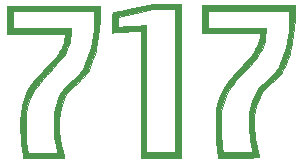
<source format=gbr>
G04 #@! TF.GenerationSoftware,KiCad,Pcbnew,(5.1.5)-3*
G04 #@! TF.CreationDate,2020-02-02T01:24:49-05:00*
G04 #@! TF.ProjectId,Make717-PCBWay,4d616b65-3731-4372-9d50-43425761792e,rev?*
G04 #@! TF.SameCoordinates,Original*
G04 #@! TF.FileFunction,Copper,L1,Top*
G04 #@! TF.FilePolarity,Positive*
%FSLAX46Y46*%
G04 Gerber Fmt 4.6, Leading zero omitted, Abs format (unit mm)*
G04 Created by KiCad (PCBNEW (5.1.5)-3) date 2020-02-02 01:24:49*
%MOMM*%
%LPD*%
G04 APERTURE LIST*
%ADD10C,0.010000*%
G04 APERTURE END LIST*
D10*
G36*
X143901425Y-95801084D02*
G01*
X143888293Y-96544404D01*
X143851381Y-97241318D01*
X143791522Y-97883930D01*
X143709545Y-98464345D01*
X143606281Y-98974670D01*
X143541619Y-99219500D01*
X143471663Y-99442041D01*
X143381047Y-99703313D01*
X143277054Y-99984786D01*
X143166967Y-100267927D01*
X143058068Y-100534206D01*
X142957640Y-100765089D01*
X142872965Y-100942046D01*
X142842922Y-100997447D01*
X142731780Y-101154908D01*
X142555159Y-101356832D01*
X142316989Y-101599192D01*
X142021200Y-101877965D01*
X141724663Y-102142948D01*
X141367963Y-102494493D01*
X141081292Y-102868425D01*
X140855283Y-103280232D01*
X140680572Y-103745397D01*
X140616359Y-103975602D01*
X140529691Y-104422806D01*
X140478976Y-104926680D01*
X140464490Y-105467114D01*
X140486504Y-106023996D01*
X140545294Y-106577217D01*
X140578112Y-106786843D01*
X140611163Y-106968009D01*
X140653533Y-107183862D01*
X140701373Y-107416572D01*
X140750834Y-107648306D01*
X140798067Y-107861234D01*
X140839224Y-108037523D01*
X140870456Y-108159344D01*
X140882939Y-108199155D01*
X140877566Y-108213865D01*
X140844454Y-108225968D01*
X140776637Y-108235700D01*
X140667151Y-108243302D01*
X140509030Y-108249009D01*
X140295311Y-108253060D01*
X140019027Y-108255694D01*
X139673215Y-108257146D01*
X139250909Y-108257657D01*
X139169542Y-108257667D01*
X137433692Y-108257667D01*
X137383726Y-107971917D01*
X137308095Y-107476232D01*
X137248020Y-106952004D01*
X137204439Y-106417810D01*
X137178291Y-105892227D01*
X137170517Y-105393832D01*
X137182056Y-104941203D01*
X137211747Y-104570644D01*
X137331051Y-103875890D01*
X137522400Y-103214772D01*
X137783315Y-102594206D01*
X138111317Y-102021109D01*
X138141531Y-101975814D01*
X138235056Y-101850227D01*
X138376098Y-101677679D01*
X138552929Y-101471696D01*
X138753822Y-101245806D01*
X138967050Y-101013535D01*
X139077552Y-100896153D01*
X139448840Y-100501734D01*
X139763919Y-100157743D01*
X140028092Y-99856429D01*
X140246662Y-99590042D01*
X140424930Y-99350832D01*
X140568200Y-99131047D01*
X140681775Y-98922938D01*
X140770958Y-98718753D01*
X140841050Y-98510743D01*
X140897355Y-98291157D01*
X140914582Y-98211122D01*
X140946694Y-98044809D01*
X140970272Y-97902019D01*
X140980819Y-97810380D01*
X140981000Y-97803118D01*
X140979733Y-97784909D01*
X140971654Y-97769455D01*
X140950344Y-97756531D01*
X140909384Y-97745909D01*
X140842357Y-97737365D01*
X140742844Y-97730671D01*
X140604426Y-97725603D01*
X140420686Y-97721934D01*
X140185205Y-97719438D01*
X139891564Y-97717890D01*
X139533346Y-97717062D01*
X139104132Y-97716730D01*
X138597503Y-97716667D01*
X136070334Y-97716667D01*
X136070334Y-95811667D01*
X136536000Y-95811667D01*
X136536000Y-97251000D01*
X141459619Y-97251000D01*
X141433891Y-97727250D01*
X141405196Y-98067408D01*
X141354285Y-98383620D01*
X141276407Y-98684149D01*
X141166813Y-98977261D01*
X141020750Y-99271221D01*
X140833470Y-99574292D01*
X140600221Y-99894740D01*
X140316252Y-100240829D01*
X139976813Y-100620824D01*
X139577154Y-101042989D01*
X139456784Y-101166834D01*
X139099172Y-101544269D01*
X138801515Y-101885400D01*
X138554963Y-102203270D01*
X138350670Y-102510918D01*
X138179787Y-102821385D01*
X138033469Y-103147712D01*
X137934632Y-103410410D01*
X137780026Y-103956673D01*
X137676540Y-104565645D01*
X137624372Y-105232393D01*
X137623721Y-105951983D01*
X137674785Y-106719482D01*
X137770859Y-107485084D01*
X137817616Y-107792000D01*
X140313542Y-107792000D01*
X140286460Y-107696750D01*
X140269523Y-107622126D01*
X140241396Y-107481822D01*
X140205500Y-107293555D01*
X140165256Y-107075041D01*
X140149518Y-106987667D01*
X140062489Y-106376137D01*
X140017510Y-105761157D01*
X140014130Y-105158402D01*
X140051898Y-104583547D01*
X140130364Y-104052270D01*
X140247301Y-103585859D01*
X140391927Y-103185708D01*
X140564086Y-102827668D01*
X140774637Y-102496130D01*
X141034439Y-102175487D01*
X141354349Y-101850129D01*
X141622748Y-101608724D01*
X141864732Y-101397401D01*
X142057645Y-101219886D01*
X142211968Y-101061008D01*
X142338185Y-100905593D01*
X142446775Y-100738468D01*
X142548220Y-100544461D01*
X142653003Y-100308400D01*
X142771604Y-100015110D01*
X142834586Y-99854500D01*
X143005009Y-99383929D01*
X143141687Y-98925388D01*
X143247903Y-98461010D01*
X143326939Y-97972928D01*
X143382081Y-97443275D01*
X143416612Y-96854184D01*
X143423920Y-96647750D01*
X143449463Y-95811667D01*
X136536000Y-95811667D01*
X136070334Y-95811667D01*
X136070334Y-95346000D01*
X143902000Y-95346000D01*
X143901425Y-95801084D01*
G37*
X143901425Y-95801084D02*
X143888293Y-96544404D01*
X143851381Y-97241318D01*
X143791522Y-97883930D01*
X143709545Y-98464345D01*
X143606281Y-98974670D01*
X143541619Y-99219500D01*
X143471663Y-99442041D01*
X143381047Y-99703313D01*
X143277054Y-99984786D01*
X143166967Y-100267927D01*
X143058068Y-100534206D01*
X142957640Y-100765089D01*
X142872965Y-100942046D01*
X142842922Y-100997447D01*
X142731780Y-101154908D01*
X142555159Y-101356832D01*
X142316989Y-101599192D01*
X142021200Y-101877965D01*
X141724663Y-102142948D01*
X141367963Y-102494493D01*
X141081292Y-102868425D01*
X140855283Y-103280232D01*
X140680572Y-103745397D01*
X140616359Y-103975602D01*
X140529691Y-104422806D01*
X140478976Y-104926680D01*
X140464490Y-105467114D01*
X140486504Y-106023996D01*
X140545294Y-106577217D01*
X140578112Y-106786843D01*
X140611163Y-106968009D01*
X140653533Y-107183862D01*
X140701373Y-107416572D01*
X140750834Y-107648306D01*
X140798067Y-107861234D01*
X140839224Y-108037523D01*
X140870456Y-108159344D01*
X140882939Y-108199155D01*
X140877566Y-108213865D01*
X140844454Y-108225968D01*
X140776637Y-108235700D01*
X140667151Y-108243302D01*
X140509030Y-108249009D01*
X140295311Y-108253060D01*
X140019027Y-108255694D01*
X139673215Y-108257146D01*
X139250909Y-108257657D01*
X139169542Y-108257667D01*
X137433692Y-108257667D01*
X137383726Y-107971917D01*
X137308095Y-107476232D01*
X137248020Y-106952004D01*
X137204439Y-106417810D01*
X137178291Y-105892227D01*
X137170517Y-105393832D01*
X137182056Y-104941203D01*
X137211747Y-104570644D01*
X137331051Y-103875890D01*
X137522400Y-103214772D01*
X137783315Y-102594206D01*
X138111317Y-102021109D01*
X138141531Y-101975814D01*
X138235056Y-101850227D01*
X138376098Y-101677679D01*
X138552929Y-101471696D01*
X138753822Y-101245806D01*
X138967050Y-101013535D01*
X139077552Y-100896153D01*
X139448840Y-100501734D01*
X139763919Y-100157743D01*
X140028092Y-99856429D01*
X140246662Y-99590042D01*
X140424930Y-99350832D01*
X140568200Y-99131047D01*
X140681775Y-98922938D01*
X140770958Y-98718753D01*
X140841050Y-98510743D01*
X140897355Y-98291157D01*
X140914582Y-98211122D01*
X140946694Y-98044809D01*
X140970272Y-97902019D01*
X140980819Y-97810380D01*
X140981000Y-97803118D01*
X140979733Y-97784909D01*
X140971654Y-97769455D01*
X140950344Y-97756531D01*
X140909384Y-97745909D01*
X140842357Y-97737365D01*
X140742844Y-97730671D01*
X140604426Y-97725603D01*
X140420686Y-97721934D01*
X140185205Y-97719438D01*
X139891564Y-97717890D01*
X139533346Y-97717062D01*
X139104132Y-97716730D01*
X138597503Y-97716667D01*
X136070334Y-97716667D01*
X136070334Y-95811667D01*
X136536000Y-95811667D01*
X136536000Y-97251000D01*
X141459619Y-97251000D01*
X141433891Y-97727250D01*
X141405196Y-98067408D01*
X141354285Y-98383620D01*
X141276407Y-98684149D01*
X141166813Y-98977261D01*
X141020750Y-99271221D01*
X140833470Y-99574292D01*
X140600221Y-99894740D01*
X140316252Y-100240829D01*
X139976813Y-100620824D01*
X139577154Y-101042989D01*
X139456784Y-101166834D01*
X139099172Y-101544269D01*
X138801515Y-101885400D01*
X138554963Y-102203270D01*
X138350670Y-102510918D01*
X138179787Y-102821385D01*
X138033469Y-103147712D01*
X137934632Y-103410410D01*
X137780026Y-103956673D01*
X137676540Y-104565645D01*
X137624372Y-105232393D01*
X137623721Y-105951983D01*
X137674785Y-106719482D01*
X137770859Y-107485084D01*
X137817616Y-107792000D01*
X140313542Y-107792000D01*
X140286460Y-107696750D01*
X140269523Y-107622126D01*
X140241396Y-107481822D01*
X140205500Y-107293555D01*
X140165256Y-107075041D01*
X140149518Y-106987667D01*
X140062489Y-106376137D01*
X140017510Y-105761157D01*
X140014130Y-105158402D01*
X140051898Y-104583547D01*
X140130364Y-104052270D01*
X140247301Y-103585859D01*
X140391927Y-103185708D01*
X140564086Y-102827668D01*
X140774637Y-102496130D01*
X141034439Y-102175487D01*
X141354349Y-101850129D01*
X141622748Y-101608724D01*
X141864732Y-101397401D01*
X142057645Y-101219886D01*
X142211968Y-101061008D01*
X142338185Y-100905593D01*
X142446775Y-100738468D01*
X142548220Y-100544461D01*
X142653003Y-100308400D01*
X142771604Y-100015110D01*
X142834586Y-99854500D01*
X143005009Y-99383929D01*
X143141687Y-98925388D01*
X143247903Y-98461010D01*
X143326939Y-97972928D01*
X143382081Y-97443275D01*
X143416612Y-96854184D01*
X143423920Y-96647750D01*
X143449463Y-95811667D01*
X136536000Y-95811667D01*
X136070334Y-95811667D01*
X136070334Y-95346000D01*
X143902000Y-95346000D01*
X143901425Y-95801084D01*
G36*
X150760000Y-108215334D02*
G01*
X147415667Y-108215334D01*
X147415667Y-97505000D01*
X147232635Y-97505000D01*
X147126881Y-97507407D01*
X146953383Y-97514050D01*
X146728908Y-97524066D01*
X146470225Y-97536589D01*
X146194102Y-97550757D01*
X145917308Y-97565703D01*
X145656610Y-97580564D01*
X145428777Y-97594475D01*
X145250578Y-97606572D01*
X145224917Y-97608501D01*
X144960334Y-97628815D01*
X144960334Y-97124000D01*
X145422934Y-97124000D01*
X145634710Y-97124000D01*
X145752901Y-97121425D01*
X145937841Y-97114333D01*
X146171788Y-97103672D01*
X146437001Y-97090390D01*
X146715739Y-97075434D01*
X146990259Y-97059754D01*
X147242822Y-97044297D01*
X147455684Y-97030012D01*
X147595584Y-97019205D01*
X147839000Y-96998298D01*
X147839000Y-107749667D01*
X150294334Y-107749667D01*
X150294334Y-95642334D01*
X148410500Y-95644708D01*
X146928834Y-95974851D01*
X145447167Y-96304995D01*
X145435051Y-96714498D01*
X145422934Y-97124000D01*
X144960334Y-97124000D01*
X144960334Y-96784547D01*
X144960559Y-96497542D01*
X144962057Y-96283975D01*
X144966064Y-96132619D01*
X144973815Y-96032244D01*
X144986545Y-95971623D01*
X145005488Y-95939528D01*
X145031881Y-95924729D01*
X145055584Y-95918619D01*
X145117025Y-95904899D01*
X145251619Y-95875009D01*
X145449847Y-95831059D01*
X145702193Y-95775156D01*
X145999138Y-95709409D01*
X146331165Y-95635927D01*
X146688755Y-95556817D01*
X146779198Y-95536812D01*
X148407563Y-95176667D01*
X150760000Y-95176667D01*
X150760000Y-108215334D01*
G37*
X150760000Y-108215334D02*
X147415667Y-108215334D01*
X147415667Y-97505000D01*
X147232635Y-97505000D01*
X147126881Y-97507407D01*
X146953383Y-97514050D01*
X146728908Y-97524066D01*
X146470225Y-97536589D01*
X146194102Y-97550757D01*
X145917308Y-97565703D01*
X145656610Y-97580564D01*
X145428777Y-97594475D01*
X145250578Y-97606572D01*
X145224917Y-97608501D01*
X144960334Y-97628815D01*
X144960334Y-97124000D01*
X145422934Y-97124000D01*
X145634710Y-97124000D01*
X145752901Y-97121425D01*
X145937841Y-97114333D01*
X146171788Y-97103672D01*
X146437001Y-97090390D01*
X146715739Y-97075434D01*
X146990259Y-97059754D01*
X147242822Y-97044297D01*
X147455684Y-97030012D01*
X147595584Y-97019205D01*
X147839000Y-96998298D01*
X147839000Y-107749667D01*
X150294334Y-107749667D01*
X150294334Y-95642334D01*
X148410500Y-95644708D01*
X146928834Y-95974851D01*
X145447167Y-96304995D01*
X145435051Y-96714498D01*
X145422934Y-97124000D01*
X144960334Y-97124000D01*
X144960334Y-96784547D01*
X144960559Y-96497542D01*
X144962057Y-96283975D01*
X144966064Y-96132619D01*
X144973815Y-96032244D01*
X144986545Y-95971623D01*
X145005488Y-95939528D01*
X145031881Y-95924729D01*
X145055584Y-95918619D01*
X145117025Y-95904899D01*
X145251619Y-95875009D01*
X145449847Y-95831059D01*
X145702193Y-95775156D01*
X145999138Y-95709409D01*
X146331165Y-95635927D01*
X146688755Y-95556817D01*
X146779198Y-95536812D01*
X148407563Y-95176667D01*
X150760000Y-95176667D01*
X150760000Y-108215334D01*
G36*
X160411616Y-95779917D02*
G01*
X160398490Y-96516967D01*
X160360949Y-97211236D01*
X160299924Y-97853981D01*
X160216346Y-98436456D01*
X160111145Y-98949916D01*
X160049480Y-99182341D01*
X159975986Y-99415941D01*
X159882325Y-99683622D01*
X159775346Y-99968536D01*
X159661900Y-100253832D01*
X159548833Y-100522659D01*
X159442997Y-100758169D01*
X159351239Y-100943510D01*
X159292755Y-101044062D01*
X159202978Y-101159439D01*
X159067661Y-101309195D01*
X158905926Y-101473051D01*
X158754204Y-101615255D01*
X158440676Y-101900324D01*
X158184666Y-102141590D01*
X157977813Y-102348433D01*
X157811757Y-102530234D01*
X157678138Y-102696374D01*
X157568596Y-102856235D01*
X157474771Y-103019197D01*
X157436525Y-103093874D01*
X157228086Y-103600213D01*
X157081788Y-104155135D01*
X156997153Y-104761602D01*
X156973706Y-105422573D01*
X156989982Y-105865834D01*
X157019121Y-106188681D01*
X157067719Y-106563244D01*
X157130886Y-106960146D01*
X157203735Y-107350012D01*
X157281376Y-107703468D01*
X157322950Y-107866556D01*
X157363006Y-108016780D01*
X157392541Y-108132431D01*
X157406033Y-108191771D01*
X157406334Y-108194639D01*
X157365478Y-108199105D01*
X157248819Y-108203240D01*
X157065220Y-108206938D01*
X156823545Y-108210093D01*
X156532657Y-108212599D01*
X156201419Y-108214351D01*
X155838695Y-108215241D01*
X155675378Y-108215334D01*
X153944423Y-108215334D01*
X153919839Y-108077750D01*
X153852151Y-107685711D01*
X153799985Y-107346461D01*
X153761404Y-107037677D01*
X153734473Y-106737040D01*
X153717254Y-106422229D01*
X153707810Y-106070923D01*
X153704206Y-105660800D01*
X153704045Y-105590667D01*
X153704504Y-105222072D01*
X153707648Y-104924879D01*
X153714128Y-104685847D01*
X153724597Y-104491736D01*
X153739706Y-104329304D01*
X153760107Y-104185313D01*
X153777997Y-104087834D01*
X153939595Y-103432198D01*
X154153673Y-102834897D01*
X154425110Y-102284246D01*
X154729182Y-101809506D01*
X154831210Y-101678216D01*
X154980432Y-101501118D01*
X155164282Y-101292381D01*
X155370192Y-101066170D01*
X155585595Y-100836654D01*
X155671664Y-100747028D01*
X156023286Y-100378538D01*
X156318120Y-100057928D01*
X156562787Y-99776976D01*
X156763909Y-99527460D01*
X156928106Y-99301156D01*
X157062001Y-99089842D01*
X157172215Y-98885294D01*
X157174411Y-98880834D01*
X157285666Y-98622524D01*
X157379834Y-98343114D01*
X157449365Y-98069817D01*
X157486708Y-97829849D01*
X157491000Y-97739618D01*
X157491000Y-97632000D01*
X152580334Y-97632000D01*
X152580334Y-95769334D01*
X153046000Y-95769334D01*
X153046000Y-97208667D01*
X157956667Y-97208667D01*
X157956667Y-97499455D01*
X157934280Y-97860366D01*
X157872225Y-98250744D01*
X157778160Y-98629852D01*
X157701745Y-98855443D01*
X157602462Y-99083584D01*
X157476617Y-99317167D01*
X157318611Y-99563488D01*
X157122845Y-99829840D01*
X156883722Y-100123518D01*
X156595641Y-100451817D01*
X156253005Y-100822030D01*
X155946623Y-101142162D01*
X155629831Y-101476574D01*
X155368675Y-101769516D01*
X155153517Y-102033437D01*
X154974716Y-102280787D01*
X154822632Y-102524015D01*
X154698283Y-102754334D01*
X154484623Y-103241138D01*
X154321208Y-103758861D01*
X154207322Y-104314181D01*
X154142246Y-104913772D01*
X154125263Y-105564313D01*
X154155654Y-106272479D01*
X154232702Y-107044947D01*
X154234998Y-107063369D01*
X154262923Y-107287691D01*
X154286684Y-107480866D01*
X154304472Y-107627987D01*
X154314474Y-107714147D01*
X154316000Y-107730119D01*
X154356594Y-107735056D01*
X154471419Y-107739534D01*
X154650041Y-107743392D01*
X154882024Y-107746465D01*
X155156934Y-107748590D01*
X155464336Y-107749604D01*
X155564834Y-107749667D01*
X155880207Y-107749130D01*
X156166331Y-107747613D01*
X156412770Y-107745252D01*
X156609090Y-107742185D01*
X156744855Y-107738552D01*
X156809632Y-107734488D01*
X156813667Y-107733160D01*
X156805674Y-107687333D01*
X156784142Y-107577170D01*
X156752745Y-107421236D01*
X156728977Y-107305055D01*
X156597358Y-106527924D01*
X156528154Y-105783346D01*
X156521065Y-105076027D01*
X156575792Y-104410675D01*
X156692035Y-103791997D01*
X156869494Y-103224702D01*
X157009325Y-102902500D01*
X157189049Y-102580646D01*
X157410778Y-102274298D01*
X157686647Y-101968635D01*
X158028794Y-101648836D01*
X158053612Y-101627210D01*
X158317137Y-101396757D01*
X158526611Y-101206043D01*
X158692669Y-101040177D01*
X158825942Y-100884268D01*
X158937065Y-100723424D01*
X159036672Y-100542755D01*
X159135394Y-100327369D01*
X159243866Y-100062374D01*
X159332550Y-99836155D01*
X159503719Y-99365431D01*
X159641008Y-98913160D01*
X159747898Y-98460729D01*
X159827863Y-97989525D01*
X159884383Y-97480935D01*
X159920935Y-96916346D01*
X159932198Y-96626584D01*
X159959653Y-95769334D01*
X153046000Y-95769334D01*
X152580334Y-95769334D01*
X152580334Y-95303667D01*
X160412000Y-95303667D01*
X160411616Y-95779917D01*
G37*
X160411616Y-95779917D02*
X160398490Y-96516967D01*
X160360949Y-97211236D01*
X160299924Y-97853981D01*
X160216346Y-98436456D01*
X160111145Y-98949916D01*
X160049480Y-99182341D01*
X159975986Y-99415941D01*
X159882325Y-99683622D01*
X159775346Y-99968536D01*
X159661900Y-100253832D01*
X159548833Y-100522659D01*
X159442997Y-100758169D01*
X159351239Y-100943510D01*
X159292755Y-101044062D01*
X159202978Y-101159439D01*
X159067661Y-101309195D01*
X158905926Y-101473051D01*
X158754204Y-101615255D01*
X158440676Y-101900324D01*
X158184666Y-102141590D01*
X157977813Y-102348433D01*
X157811757Y-102530234D01*
X157678138Y-102696374D01*
X157568596Y-102856235D01*
X157474771Y-103019197D01*
X157436525Y-103093874D01*
X157228086Y-103600213D01*
X157081788Y-104155135D01*
X156997153Y-104761602D01*
X156973706Y-105422573D01*
X156989982Y-105865834D01*
X157019121Y-106188681D01*
X157067719Y-106563244D01*
X157130886Y-106960146D01*
X157203735Y-107350012D01*
X157281376Y-107703468D01*
X157322950Y-107866556D01*
X157363006Y-108016780D01*
X157392541Y-108132431D01*
X157406033Y-108191771D01*
X157406334Y-108194639D01*
X157365478Y-108199105D01*
X157248819Y-108203240D01*
X157065220Y-108206938D01*
X156823545Y-108210093D01*
X156532657Y-108212599D01*
X156201419Y-108214351D01*
X155838695Y-108215241D01*
X155675378Y-108215334D01*
X153944423Y-108215334D01*
X153919839Y-108077750D01*
X153852151Y-107685711D01*
X153799985Y-107346461D01*
X153761404Y-107037677D01*
X153734473Y-106737040D01*
X153717254Y-106422229D01*
X153707810Y-106070923D01*
X153704206Y-105660800D01*
X153704045Y-105590667D01*
X153704504Y-105222072D01*
X153707648Y-104924879D01*
X153714128Y-104685847D01*
X153724597Y-104491736D01*
X153739706Y-104329304D01*
X153760107Y-104185313D01*
X153777997Y-104087834D01*
X153939595Y-103432198D01*
X154153673Y-102834897D01*
X154425110Y-102284246D01*
X154729182Y-101809506D01*
X154831210Y-101678216D01*
X154980432Y-101501118D01*
X155164282Y-101292381D01*
X155370192Y-101066170D01*
X155585595Y-100836654D01*
X155671664Y-100747028D01*
X156023286Y-100378538D01*
X156318120Y-100057928D01*
X156562787Y-99776976D01*
X156763909Y-99527460D01*
X156928106Y-99301156D01*
X157062001Y-99089842D01*
X157172215Y-98885294D01*
X157174411Y-98880834D01*
X157285666Y-98622524D01*
X157379834Y-98343114D01*
X157449365Y-98069817D01*
X157486708Y-97829849D01*
X157491000Y-97739618D01*
X157491000Y-97632000D01*
X152580334Y-97632000D01*
X152580334Y-95769334D01*
X153046000Y-95769334D01*
X153046000Y-97208667D01*
X157956667Y-97208667D01*
X157956667Y-97499455D01*
X157934280Y-97860366D01*
X157872225Y-98250744D01*
X157778160Y-98629852D01*
X157701745Y-98855443D01*
X157602462Y-99083584D01*
X157476617Y-99317167D01*
X157318611Y-99563488D01*
X157122845Y-99829840D01*
X156883722Y-100123518D01*
X156595641Y-100451817D01*
X156253005Y-100822030D01*
X155946623Y-101142162D01*
X155629831Y-101476574D01*
X155368675Y-101769516D01*
X155153517Y-102033437D01*
X154974716Y-102280787D01*
X154822632Y-102524015D01*
X154698283Y-102754334D01*
X154484623Y-103241138D01*
X154321208Y-103758861D01*
X154207322Y-104314181D01*
X154142246Y-104913772D01*
X154125263Y-105564313D01*
X154155654Y-106272479D01*
X154232702Y-107044947D01*
X154234998Y-107063369D01*
X154262923Y-107287691D01*
X154286684Y-107480866D01*
X154304472Y-107627987D01*
X154314474Y-107714147D01*
X154316000Y-107730119D01*
X154356594Y-107735056D01*
X154471419Y-107739534D01*
X154650041Y-107743392D01*
X154882024Y-107746465D01*
X155156934Y-107748590D01*
X155464336Y-107749604D01*
X155564834Y-107749667D01*
X155880207Y-107749130D01*
X156166331Y-107747613D01*
X156412770Y-107745252D01*
X156609090Y-107742185D01*
X156744855Y-107738552D01*
X156809632Y-107734488D01*
X156813667Y-107733160D01*
X156805674Y-107687333D01*
X156784142Y-107577170D01*
X156752745Y-107421236D01*
X156728977Y-107305055D01*
X156597358Y-106527924D01*
X156528154Y-105783346D01*
X156521065Y-105076027D01*
X156575792Y-104410675D01*
X156692035Y-103791997D01*
X156869494Y-103224702D01*
X157009325Y-102902500D01*
X157189049Y-102580646D01*
X157410778Y-102274298D01*
X157686647Y-101968635D01*
X158028794Y-101648836D01*
X158053612Y-101627210D01*
X158317137Y-101396757D01*
X158526611Y-101206043D01*
X158692669Y-101040177D01*
X158825942Y-100884268D01*
X158937065Y-100723424D01*
X159036672Y-100542755D01*
X159135394Y-100327369D01*
X159243866Y-100062374D01*
X159332550Y-99836155D01*
X159503719Y-99365431D01*
X159641008Y-98913160D01*
X159747898Y-98460729D01*
X159827863Y-97989525D01*
X159884383Y-97480935D01*
X159920935Y-96916346D01*
X159932198Y-96626584D01*
X159959653Y-95769334D01*
X153046000Y-95769334D01*
X152580334Y-95769334D01*
X152580334Y-95303667D01*
X160412000Y-95303667D01*
X160411616Y-95779917D01*
M02*

</source>
